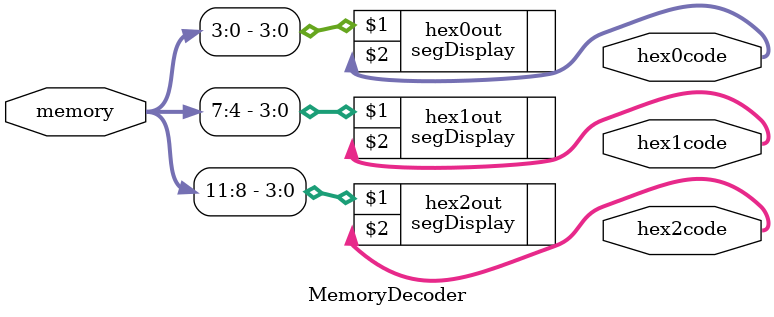
<source format=v>

module MemoryDecoder(
	input[11:0] memory,
	
	output [6:0] hex0code,
	output [6:0] hex1code,
	output [6:0] hex2code
);


	segDisplay hex0out(memory[3:0], hex0code);
	segDisplay hex1out(memory[7:4], hex1code);
	segDisplay hex2out(memory[11:8], hex2code);

endmodule

</source>
